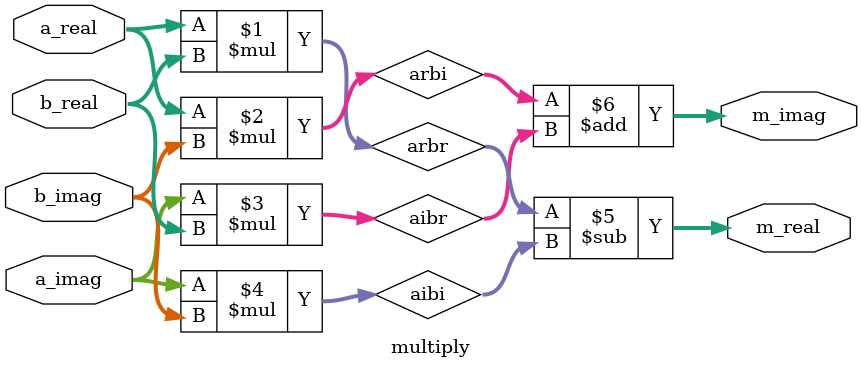
<source format=sv>
module multiply #(
        parameter WIDTH = 16
    )(
        input  logic signed [WIDTH-1:0] a_real,
        input  logic signed [WIDTH-1:0] a_imag,
        input  logic signed [WIDTH-1:0] b_real,
        input  logic signed [WIDTH-1:0] b_imag,
        output logic signed [WIDTH-1:0] m_real,
        output logic signed [WIDTH-1:0] m_imag
    );
        logic signed [WIDTH-1:0] arbr, arbi, aibr, aibi;

        assign arbr = a_real * b_real;
        assign arbi = a_real * b_imag;
        assign aibr = a_imag * b_real;
        assign aibi = a_imag * b_imag;

        assign m_real = arbr - aibi;
        assign m_imag = arbi + aibr;
         
endmodule

</source>
